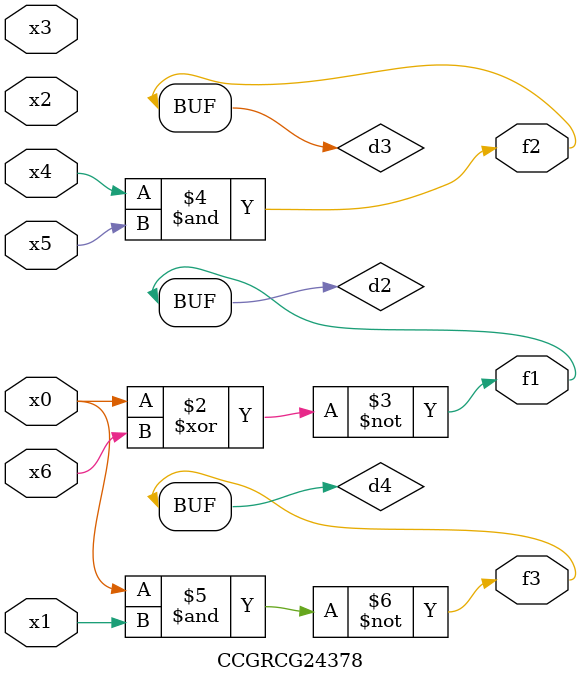
<source format=v>
module CCGRCG24378(
	input x0, x1, x2, x3, x4, x5, x6,
	output f1, f2, f3
);

	wire d1, d2, d3, d4;

	nor (d1, x0);
	xnor (d2, x0, x6);
	and (d3, x4, x5);
	nand (d4, x0, x1);
	assign f1 = d2;
	assign f2 = d3;
	assign f3 = d4;
endmodule

</source>
